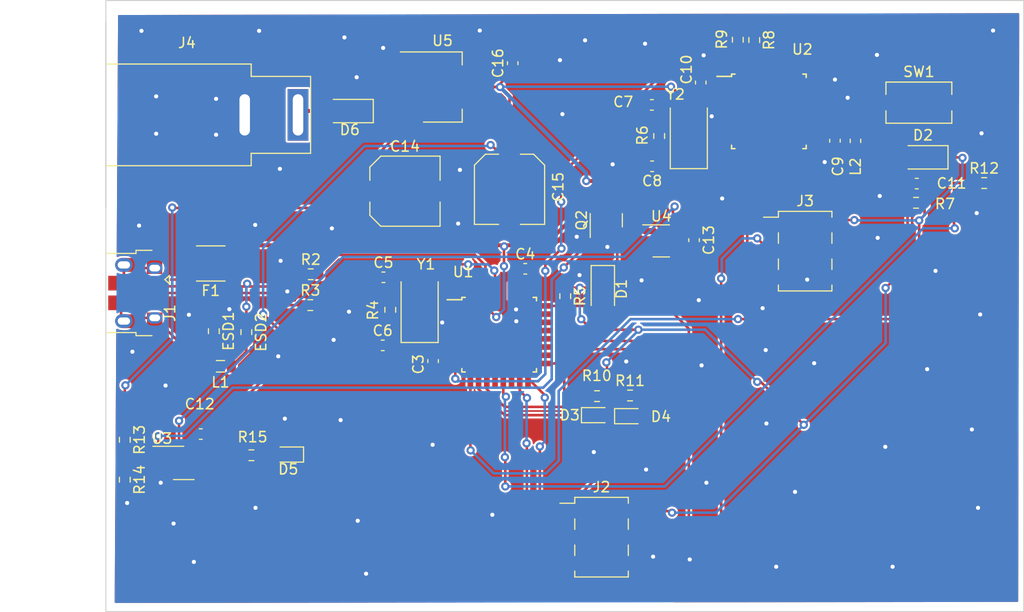
<source format=kicad_pcb>
(kicad_pcb (version 20221018) (generator pcbnew)
  (layers (0 "F.Cu" signal) (31 "B.Cu" signal) (34 "B.Paste" user) (35 "F.Paste" user) (36 "B.SilkS" user "B.Silkscreen") (37 "F.SilkS" user "F.Silkscreen") (38 "B.Mask" user) (39 "F.Mask" user) (44 "Edge.Cuts" user))
  (net 0 "")
  (net 1 "5VDC")
  (net 2 "GND")
  (net 3 "Net-(U1-UCAP)")
  (net 4 "Net-(U1-XTAL1)")
  (net 5 "Net-(U1-PC0{slash}XTAL2)")
  (net 6 "SCK")
  (net 7 "Net-(U2-XTAL2{slash}PB7)")
  (net 8 "Net-(U2-AVCC)")
  (net 9 "/RESET")
  (net 10 "Net-(U1-~{HWB}{slash}PD7)")
  (net 11 "3.3VDC")
  (net 12 "VIN")
  (net 13 "/RESET2")
  (net 14 "/RXLED")
  (net 15 "Net-(D3-A)")
  (net 16 "/TXLED")
  (net 17 "Net-(D4-A)")
  (net 18 "Net-(D5-A)")
  (net 19 "PWRIN")
  (net 20 "Net-(J1-D+)")
  (net 21 "Net-(J1-Shield)")
  (net 22 "Net-(J1-D-)")
  (net 23 "USBVCC")
  (net 24 "Net-(J1-VBUS)")
  (net 26 "/MISO2")
  (net 27 "/SCK2")
  (net 28 "/MOSI2")
  (net 29 "/MISO")
  (net 30 "/MOSI")
  (net 31 "Net-(Q2-G)")
  (net 32 "Net-(U1-D-)")
  (net 33 "Net-(U1-D+)")
  (net 34 "Net-(U1-PD3)")
  (net 35 "/RXD")
  (net 36 "Net-(U1-PD2)")
  (net 37 "/TXD")
  (net 38 "Net-(U3A-+)")
  (net 39 "Net-(U3B--)")
  (net 74 "Net-(U2-XTAL1{slash}PB6)")
  (footprint "Resistor_SMD:R_0603_1608Metric" (layer "F.Cu") (at 199.1 76.01 180)
    (fp_text reference "R7")
    (fp_text value "10k" hide)
  )
  (footprint "Package_TO_SOT_SMD:SOT-223-3_TabPin2" (layer "F.Cu") (at 153.09 64.75)
    (fp_text reference "U5")
    (fp_text value "NCP1117-5.0_SOT223")
  )
  (footprint "Crystal:Crystal_SMD_Abracon_ABM3-2Pin_5.0x3.2mm" (layer "F.Cu") (at 150.865 86.395 90)
    (fp_text reference "Y1")
    (fp_text value "16MHz" hide)
  )
  (footprint "LED_SMD:LED_0603_1608Metric" (layer "F.Cu") (at 168.075 96.66)
    (fp_text reference "D3")
    (fp_text value "LED" hide)
  )
  (footprint "Capacitor_SMD:C_0603_1608Metric" (layer "F.Cu") (at 177.53 79.64 -90)
    (fp_text reference "C13")
    (fp_text value "~")
  )
  (footprint "Package_TO_SOT_SMD:SOT-23-5" (layer "F.Cu") (at 174.3425 79.715)
    (fp_text reference "U4")
    (fp_text value "LP2985-3.3")
  )
  (footprint "Connector_PinHeader_2.54mm:PinHeader_2x03_P2.54mm_Vertical_SMD" (layer "F.Cu") (at 188.325 80.71)
    (fp_text reference "J3")
    (fp_text value "AVR-ISP-6" hide)
  )
  (footprint "Capacitor_SMD:C_Elec_6.3x5.8" (layer "F.Cu") (at 159.6 74.6975 -90)
    (fp_text reference "C15")
    (fp_text value "47uF")
  )
  (footprint "Capacitor_SMD:C_0603_1608Metric" (layer "F.Cu") (at 161.13 82.43)
    (fp_text reference "C4")
    (fp_text value "1uF" hide)
  )
  (footprint "Resistor_SMD:R_0603_1608Metric" (layer "F.Cu") (at 130.87 88.495 -90)
    (fp_text reference "ESD1")
    (fp_text value "CG0603MLC-05E" hide)
  )
  (footprint "Resistor_SMD:R_0603_1608Metric" (layer "F.Cu") (at 174.14 69.515 -90)
    (fp_text reference "R6")
    (fp_text value "1M" hide)
  )
  (footprint "LED_SMD:LED_0603_1608Metric" (layer "F.Cu") (at 138.1025 100.49 180)
    (fp_text reference "D5")
    (fp_text value "LED" hide)
  )
  (footprint "Capacitor_SMD:C_0603_1608Metric" (layer "F.Cu") (at 178.18 64.315 90)
    (fp_text reference "C10")
    (fp_text value "100nF" hide)
  )
  (footprint "Capacitor_SMD:C_0603_1608Metric" (layer "F.Cu") (at 173.425 66.49 180)
    (fp_text reference "C7")
    (fp_text value "~" hide)
  )
  (footprint "Resistor_SMD:R_0603_1608Metric" (layer "F.Cu") (at 134.03 88.585 -90)
    (fp_text reference "ESD2")
    (fp_text value "CG0603MLC-05E" hide)
  )
  (footprint "Capacitor_SMD:C_0603_1608Metric" (layer "F.Cu") (at 152.175 91.4 -90)
    (fp_text reference "C3")
    (fp_text value "100nF" hide)
  )
  (footprint "Package_QFP:TQFP-32_7x7mm_P0.8mm" (layer "F.Cu") (at 184.8 67.12)
    (fp_text reference "U2")
    (fp_text value "ATmega328PB-A" hide)
  )
  (footprint "Resistor_SMD:R_0603_1608Metric" (layer "F.Cu") (at 148.015 86.415 -90)
    (fp_text reference "R4")
    (fp_text value "1M" hide)
  )
  (footprint "Resistor_SMD:R_0603_1608Metric" (layer "F.Cu") (at 134.525 100.56)
    (fp_text reference "R15")
    (fp_text value "1k" hide)
  )
  (footprint "Capacitor_SMD:C_0603_1608Metric" (layer "F.Cu") (at 191.22 69.975 90)
    (fp_text reference "C9")
    (fp_text value "100nF" hide)
  )
  (footprint "Crystal:Crystal_SMD_Abracon_ABM3-2Pin_5.0x3.2mm" (layer "F.Cu") (at 177.02 69.49 90)
    (fp_text reference "Y2")
    (fp_text value "16MHz" hide)
  )
  (footprint "Capacitor_SMD:C_0603_1608Metric" (layer "F.Cu") (at 159.91 62.435 90)
    (fp_text reference "C16")
    (fp_text value "100nF")
  )
  (footprint "Package_QFP:TQFP-32_7x7mm_P0.8mm" (layer "F.Cu") (at 158.595 88.835)
    (fp_text reference "U1")
    (fp_text value "ATmega16U2-A")
  )
  (footprint "Capacitor_SMD:C_Elec_6.3x5.8" (layer "F.Cu") (at 149.4425 74.88)
    (fp_text reference "C14")
    (fp_text value "47uF")
  )
  (footprint "Resistor_SMD:R_0603_1608Metric" (layer "F.Cu") (at 181.78 60.155 -90)
    (fp_text reference "R9")
    (fp_text value "1k" hide)
  )
  (footprint "Resistor_SMD:R_0603_1608Metric" (layer "F.Cu") (at 122.22 99.055 -90)
    (fp_text reference "R13")
    (fp_text value "10k" hide)
  )
  (footprint "Resistor_SMD:R_0603_1608Metric" (layer "F.Cu") (at 183.38 60.185 -90)
    (fp_text reference "R8")
    (fp_text value "1k" hide)
  )
  (footprint "Capacitor_SMD:C_0603_1608Metric" (layer "F.Cu") (at 199.17 74.14)
    (fp_text reference "C11")
    (fp_text value "100nF" hide)
  )
  (footprint "Diode_SMD:D_1206_3216Metric" (layer "F.Cu") (at 199.92 71.59 180)
    (fp_text reference "D2")
    (fp_text value "CD1206-S01575" hide)
  )
  (footprint "Capacitor_SMD:C_0603_1608Metric" (layer "F.Cu") (at 147.28 89.875)
    (fp_text reference "C6")
    (fp_text value "~")
  )
  (footprint "Inductor_SMD:L_0603_1608Metric" (layer "F.Cu") (at 193.21 69.9875 -90)
    (fp_text reference "L2")
    (fp_text value "10uH" hide)
  )
  (footprint "Package_TO_SOT_SMD:SOT-23" (layer "F.Cu") (at 169 77.7075 90)
    (fp_text reference "Q2")
    (fp_text value "FDN340P")
  )
  (footprint "Resistor_SMD:R_0603_1608Metric" (layer "F.Cu") (at 165.015 85.09 -90)
    (fp_text reference "R5")
    (fp_text value "10k" hide)
  )
  (footprint "Resistor_SMD:R_0603_1608Metric" (layer "F.Cu") (at 171.31 94.7475)
    (fp_text reference "R11")
    (fp_text value "1k" hide)
  )
  (footprint "Capacitor_SMD:C_0603_1608Metric" (layer "F.Cu") (at 129.605 98.5 180)
    (fp_text reference "C12")
    (fp_text value "100nF" hide)
  )
  (footprint "Capacitor_SMD:C_0603_1608Metric" (layer "F.Cu") (at 173.455 72.46 180)
    (fp_text reference "C8")
    (fp_text value "~" hide)
  )
  (footprint "Inductor_SMD:L_0805_2012Metric" (layer "F.Cu") (at 131.5175 91.91 180)
    (fp_text reference "L1")
    (fp_text value "BLM21AG121BH1D" hide)
  )
  (footprint "Connector_USB:USB_Micro-B_Amphenol_10103594-0001LF_Horizontal" (layer "F.Cu") (at 123.245 84.805 -90)
    (fp_text reference "J1")
    (fp_text value "USB_B_Micro")
  )
  (footprint "Capacitor_SMD:C_0603_1608Metric" (layer "F.Cu") (at 147.35 83.255)
    (fp_text reference "C5")
    (fp_text value "~")
  )
  (footprint "Diode_SMD:D_1206_3216Metric" (layer "F.Cu") (at 168.665 84.395 -90)
    (fp_text reference "D1")
    (fp_text value "CD1206-S01575" hide)
  )
  (footprint "Connector_BarrelJack:BarrelJack_SwitchcraftConxall_RAPC10U_Horizontal" (layer "F.Cu") (at 139.05 67.46)
    (fp_text reference "J4")
    (fp_text value "Barrel_Jack")
    (fp_line (start -18.67 -9) (end -18.67 9) (stroke (width 0.12)) (layer "Edge.Cuts"))
  )
  (footprint "Resistor_SMD:R_0603_1608Metric" (layer "F.Cu") (at 122.22 102.935 -90)
    (fp_text reference "R14")
    (fp_text value "10k" hide)
  )
  (footprint "Connector_PinHeader_2.54mm:PinHeader_2x03_P2.54mm_Vertical_SMD" (layer "F.Cu") (at 168.54 108.525)
    (fp_text reference "J2")
    (fp_text value "AVR-ISP-6")
  )
  (footprint "Resistor_SMD:R_1812_4532Metric" (layer "F.Cu") (at 130.5725 81.91 180)
    (fp_text reference "F1")
    (fp_text value "MF-MSMF050-2")
  )
  (footprint "Resistor_SMD:R_0603_1608Metric" (layer "F.Cu") (at 205.715 74.09)
    (fp_text reference "R12")
    (fp_text value "1k" hide)
  )
  (footprint "LED_SMD:LED_0603_1608Metric" (layer "F.Cu") (at 171.2925 96.7575)
    (fp_text reference "D4")
    (fp_text value "LED" hide)
  )
  (footprint "Resistor_SMD:R_0603_1608Metric" (layer "F.Cu") (at 168.1 94.81)
    (fp_text reference "R10")
    (fp_text value "1k" hide)
  )
  (footprint "Resistor_SMD:R_0603_1608Metric" (layer "F.Cu") (at 140.245 85.96)
    (fp_text reference "R3")
    (fp_text value "22" hide)
  )
  (footprint "Resistor_SMD:R_0603_1608Metric" (layer "F.Cu") (at 140.285 82.96)
    (fp_text reference "R2")
    (fp_text value "22" hide)
  )
  (footprint "Diode_SMD:D_1206_3216Metric" (layer "F.Cu") (at 144.08 67.09 180)
    (fp_text reference "D6")
    (fp_text value "~")
  )
  (footprint "Button_Switch_SMD:SW_Tactile_SPST_NO_Straight_CK_PTS636Sx25SMTRLFS" (layer "F.Cu") (at 199.375 66.27)
    (fp_text reference "SW1")
    (fp_text value "SW_Push" hide)
  )
  (footprint "Package_SO:VSSOP-8_3.0x3.0mm_P0.65mm" (layer "F.Cu") (at 127.95 101.305)
    (fp_text reference "U3")
    (fp_text value "LMV358" hide)
  )
  (gr_rect (start 120.38 56.34) (end 209.56 115.76) (stroke (width 0.1)) (fill none) (layer "Edge.Cuts"))
  (segment (start 193.1 77.69) (end 191.33 77.69) (width 0.25) (layer "F.Cu") (net 1))
  (segment (start 168.005 93.205) (end 167.165 94.045) (width 0.25) (layer "F.Cu") (net 1))
  (segment (start 157.83 70.39) (end 159.6 72.16) (width 0.25) (layer "F.Cu") (net 1))
  (segment (start 154.345 88.435) (end 153.295 88.435) (width 0.25) (layer "F.Cu") (net 1))
  (segment (start 155.795 88.035) (end 155.395 88.435) (width 0.25) (layer "F.Cu") (net 1))
  (segment (start 173.205 80.665) (end 173.965 80.665) (width 0.25) (layer "F.Cu") (net 1))
  (segment (start 175.66 65.09) (end 175.29 64.72) (width 0.25) (layer "F.Cu") (net 1))
  (segment (start 190.85 73.135) (end 190.85 78.17) (width 0.25) (layer "F.Cu") (net 1))
  (segment (start 166.43 84.265) (end 167.395 84.265) (width 0.25) (layer "F.Cu") (net 1))
  (segment (start 167.395 84.265) (end 168.665 82.995) (width 0.25) (layer "F.Cu") (net 1))
  (segment (start 167.165 94.045) (end 167.165 94.7) (width 0.25) (layer "F.Cu") (net 1))
  (segment (start 158.68 64.75) (end 156.24 64.75) (width 0.25) (layer "F.Cu") (net 1))
  (segment (start 167.165 94.7) (end 167.275 94.81) (width 0.25) (layer "F.Cu") (net 1))
  (segment (start 130.38 98.5) (end 136.29 92.59) (width 0.25) (layer "F.Cu") (net 1))
  (segment (start 170.485 93.5875) (end 170.485 94.7475) (width 0.25) (layer "F.Cu") (net 1))
  (segment (start 149.955 90.625) (end 147.99 92.59) (width 0.25) (layer "F.Cu") (net 1))
  (segment (start 157.76 70.39) (end 157.83 70.39) (width 0.25) (layer "F.Cu") (net 1))
  (segment (start 170.07 78.765) (end 169.95 78.645) (width 0.25) (layer "F.Cu") (net 1))
  (segment (start 191.33 77.69) (end 190.85 78.17) (width 0.25) (layer "F.Cu") (net 1))
  (segment (start 174.3 80.33) (end 174.3 79.14) (width 0.25) (layer "F.Cu") (net 1))
  (segment (start 170.1025 93.205) (end 169.07 93.205) (width 0.25) (layer "F.Cu") (net 1))
  (segment (start 172.12 88.35) (end 167.59 88.35) (width 0.25) (layer "F.Cu") (net 1))
  (segment (start 169.07 91.59) (end 169.01 91.53) (width 0.25) (layer "F.Cu") (net 1))
  (segment (start 169.07 93.205) (end 168.005 93.205) (width 0.25) (layer "F.Cu") (net 1))
  (segment (start 170.07 81.59) (end 168.665 82.995) (width 0.25) (layer "F.Cu") (net 1))
  (segment (start 155.395 88.435) (end 154.345 88.435) (width 0.25) (layer "F.Cu") (net 1))
  (segment (start 199.4 81.03) (end 199.4 77.72) (width 0.25) (layer "F.Cu") (net 1))
  (segment (start 179.5 66.72) (end 178.18 65.4) (width 0.25) (layer "F.Cu") (net 1))
  (segment (start 165.015 84.265) (end 166.43 84.265) (width 0.25) (layer "F.Cu") (net 1))
  (segment (start 199.925 76.01) (end 199.925 77.195) (width 0.25) (layer "F.Cu") (net 1))
  (segment (start 174.3 79.14) (end 173.925 78.765) (width 0.25) (layer "F.Cu") (net 1))
  (segment (start 136.29 92.59) (end 141.42 92.59) (width 0.25) (layer "F.Cu") (net 1))
  (segment (start 171.37 78.765) (end 171.37 75.843064) (width 0.381) (layer "F.Cu") (net 1))
  (segment (start 130.15 100.33) (end 130.15 98.73) (width 0.25) (layer "F.Cu") (net 1))
  (segment (start 155.795 84.585) (end 155.795 88.035) (width 0.25) (layer "F.Cu") (net 1))
  (segment (start 196.14 84.29) (end 199.4 81.03) (width 0.25) (layer "F.Cu") (net 1))
  (segment (start 152.39 90.41) (end 152.175 90.625) (width 0.25) (layer "F.Cu") (net 1))
  (segment (start 171.37 75.843064) (end 169.416936 73.89) (width 0.381) (layer "F.Cu") (net 1))
  (segment (start 171.37 78.765) (end 170.07 78.765) (width 0.381) (layer "F.Cu") (net 1))
  (segment (start 173.965 80.665) (end 174.3 80.33) (width 0.25) (layer "F.Cu") (net 1))
  (segment (start 159.91 63.21) (end 158.37 64.75) (width 0.25) (layer "F.Cu") (net 1))
  (segment (start 152.39 89.34) (end 152.39 90.41) (width 0.25) (layer "F.Cu") (net 1))
  (segment (start 193.21 70.775) (end 190.85 73.135) (width 0.25) (layer "F.Cu") (net 1))
  (segment (start 183.67 93.42) (end 184.01 93.42) (width 0.25) (layer "F.Cu") (net 1))
  (segment (start 178.18 65.4) (end 178.18 65.09) (width 0.25) (layer "F.Cu") (net 1))
  (segment (start 147.99 92.59) (end 141.42 92.59) (width 0.25) (layer "F.Cu") (net 1))
  (segment (start 130.15 98.73) (end 130.38 98.5) (width 0.25) (layer "F.Cu") (net 1))
  (segment (start 170.485 93.5875) (end 170.1025 93.205) (width 0.25) (layer "F.Cu") (net 1))
  (segment (start 169.07 93.205) (end 169.07 91.59) (width 0.25) (layer "F.Cu") (net 1))
  (segment (start 184.01 93.42) (end 188.19 97.6) (width 0.25) (layer "F.Cu") (net 1))
  (segment (start 169.416936 73.89) (end 167.06 73.89) (width 0.381) (layer "F.Cu") (net 1))
  (segment (start 152.175 90.625) (end 149.955 90.625) (width 0.25) (layer "F.Cu") (net 1))
  (segment (start 173.205 78.765) (end 171.37 78.765) (width 0.381) (layer "F.Cu") (net 1))
  (segment (start 171.065 105.985) (end 175.235 105.985) (width 0.25) (layer "F.Cu") (net 1))
  (segment (start 158.37 64.75) (end 156.24 64.75) (width 0.25) (layer "F.Cu") (net 1))
  (segment (start 201.32 71.59) (end 203.56 71.59) (width 0.25) (layer "F.Cu") (net 1))
  (segment (start 175.235 105.985) (end 175.39 106.14) (width 0.25) (layer "F.Cu") (net 1))
  (segment (start 180.55 66.72) (end 179.5 66.72) (width 0.25) (layer "F.Cu") (net 1))
  (segment (start 167.59 88.35) (end 166.57 87.33) (width 0.25) (layer "F.Cu") (net 1))
  (segment (start 178.18 65.09) (end 175.66 65.09) (width 0.25) (layer "F.Cu") (net 1))
  (segment (start 170.07 78.765) (end 170.07 81.59) (width 0.25) (layer "F.Cu") (net 1))
  (segment (start 199.925 77.195) (end 199.4 77.72) (width 0.25) (layer "F.Cu") (net 1))
  (segment (start 203.56 71.59) (end 203.61 71.64) (width 0.25) (layer "F.Cu") (net 1))
  (segment (start 141.42 92.59) (end 135.66 86.83) (width 0.25) (layer "F.Cu") (net 1))
  (segment (start 159.6 65.67) (end 158.68 64.75) (width 0.25) (layer "F.Cu") (net 1))
  (segment (start 173.925 78.765) (end 173.205 78.765) (width 0.25) (layer "F.Cu") (net 1))
  (segment (start 159.6 72.16) (end 159.6 65.67) (width 0.25) (layer "F.Cu") (net 1))
  (segment (start 153.295 88.435) (end 152.39 89.34) (width 0.25) (layer "F.Cu") (net 1))
  (segment (start 149.94 64.75) (end 156.24 64.75) (width 0.25) (layer "F.Cu") (net 1))
  (via (at 196.14 84.29) (size 0.8) (drill 0.4) (layers "F.Cu" "B.Cu") (net 1))
  (via (at 172.12 88.35) (size 0.8) (drill 0.4) (layers "F.Cu" "B.Cu") (net 1))
  (via (at 183.67 93.42) (size 0.8) (drill 0.4) (layers "F.Cu" "B.Cu") (net 1))
  (via (at 157.76 70.39) (size 0.8) (drill 0.4) (layers "F.Cu" "B.Cu") (net 1))
  (via (at 193.1 77.69) (size 0.8) (drill 0.4) (layers "F.Cu" "B.Cu") (net 1))
  (via (at 166.43 84.265) (size 0.8) (drill 0.4) (layers "F.Cu" "B.Cu") (net 1))
  (via (at 199.4 77.72) (size 0.8) (drill 0.4) (layers "F.Cu" "B.Cu") (net 1))
  (via (at 203.61 71.64) (size 0.8) (drill 0.4) (layers "F.Cu" "B.Cu") (net 1))
  (via (at 169.01 91.53) (size 0.8) (drill 0.4) (layers "F.Cu" "B.Cu") (net 1))
  (via (at 167.06 73.89) (size 0.8) (drill 0.4) (layers "F.Cu" "B.Cu") (net 1))
  (via (at 175.39 106.14) (size 0.8) (drill 0.4) (layers "F.Cu" "B.Cu") (net 1))
  (via (at 135.66 86.83) (size 0.8) (drill 0.4) (layers "F.Cu" "B.Cu") (net 1))
  (via (at 175.29 64.72) (size 0.8) (drill 0.4) (layers "F.Cu" "B.Cu") (net 1))
  (via (at 188.19 97.6) (size 0.8) (drill 0.4) (layers "F.Cu" "B.Cu") (net 1))
  (via (at 158.68 64.75) (size 0.8) (drill 0.4) (layers "F.Cu" "B.Cu") (net 1))
  (via (at 166.57 87.33) (size 0.8) (drill 0.4) (layers "F.Cu" "B.Cu") (net 1))
  (segment (start 158.71 64.72) (end 158.68 64.75) (width 0.25) (layer "B.Cu") (net 1))
  (segment (start 196.14 89.65) (end 196.14 84.29) (width 0.25) (layer "B.Cu") (net 1))
  (segment (start 135.66 86.83) (end 135.66 80.36) (width 0.25) (layer "B.Cu") (net 1))
  (segment (start 172.12 88.42) (end 172.12 88.35) (width 0.25) (layer "B.Cu") (net 1))
  (segment (start 166.57 87.33) (end 166.43 87.19) (width 0.25) (layer "B.Cu") (net 1))
  (segment (start 203.61 73.51) (end 199.4 77.72) (width 0.25) (layer "B.Cu") (net 1))
  (segment (start 172.12 88.35) (end 178.6 88.35) (width 0.25) (layer "B.Cu") (net 1))
  (segment (start 166.43 87.19) (end 166.43 84.265) (width 0.25) (layer "B.Cu") (net 1))
  (segment (start 199.4 77.72) (end 193.13 77.72) (width 0.25) (layer "B.Cu") (net 1))
  (segment (start 169.01 91.53) (end 172.12 88.42) (width 0.25) (layer "B.Cu") (net 1))
  (segment (start 175.29 64.72) (end 158.71 64.72) (width 0.25) (layer "B.Cu") (net 1))
  (segment (start 193.1 77.69) (end 193.07 77.72) (width 0.25) (layer "B.Cu") (net 1))
  (segment (start 193.13 77.72) (end 193.1 77.69) (width 0.25) (layer "B.Cu") (net 1))
  (segment (start 179.65 106.14) (end 188.19 97.6) (width 0.25) (layer "B.Cu") (net 1))
  (segment (start 157.66 70.49) (end 157.76 70.39) (width 0.25) (layer "B.Cu") (net 1))
  (segment (start 167.06 73.13) (end 158.68 64.75) (width 0.381) (layer "B.Cu") (net 1))
  (segment (start 175.39 106.14) (end 179.65 106.14) (width 0.25) (layer "B.Cu") (net 1))
  (segment (start 178.6 88.35) (end 183.67 93.42) (width 0.25) (layer "B.Cu") (net 1))
  (segment (start 203.61 71.64) (end 203.61 73.51) (width 0.25) (layer "B.Cu") (net 1))
  (segment (start 188.19 97.6) (end 196.14 89.65) (width 0.25) (layer "B.Cu") (net 1))
  (segment (start 167.06 73.89) (end 167.06 73.13) (width 0.381) (layer "B.Cu") (net 1))
  (segment (start 135.66 80.36) (end 145.53 70.49) (width 0.25) (layer "B.Cu") (net 1))
  (segment (start 145.53 70.49) (end 157.66 70.49) (width 0.25) (layer "B.Cu") (net 1))
  (via (at 179.24 67.6) (size 0.8) (drill 0.4) (layers "F.Cu" "B.Cu") (net 2))
  (via (at 156.71 59.26) (size 0.8) (drill 0.4) (layers "F.Cu" "B.Cu") (net 2))
  (via (at 137.29 72.71) (size 0.8) (drill 0.4) (layers "F.Cu" "B.Cu") (net 2))
  (via (at 195.57 75.35) (size 0.8) (drill 0.4) (layers "F.Cu" "B.Cu") (net 2))
  (via (at 157.93 106.35) (size 0.8) (drill 0.4) (layers "F.Cu" "B.Cu") (net 2))
  (via (at 166.94 60.21) (size 0.8) (drill 0.4) (layers "F.Cu" "B.Cu") (net 2))
  (via (at 160.26 87.53) (size 0.8) (drill 0.4) (layers "F.Cu" "B.Cu") (net 2))
  (via (at 132.38 86.36) (size 0.8) (drill 0.4) (layers "F.Cu" "B.Cu") (net 2))
  (via (at 137.13 90.94) (size 0.8) (drill 0.4) (layers "F.Cu" "B.Cu") (net 2))
  (via (at 126.96 107.2) (size 0.8) (drill 0.4) (layers "F.Cu" "B.Cu") (net 2))
  (via (at 160.24 86.38) (size 0.8) (drill 0.4) (layers "F.Cu" "B.Cu") (net 2))
  (via (at 204.52 98.05) (size 0.8) (drill 0.4) (layers "F.Cu" "B.Cu") (net 2))
  (via (at 170.94 91.44) (size 0.8) (drill 0.4) (layers "F.Cu" "B.Cu") (net 2))
  (via (at 142.34 78.5) (size 0.8) (drill 0.4) (layers "F.Cu" "B.Cu") (net 2))
  (via (at 137.77 97) (size 0.8) (drill 0.4) (layers "F.Cu" "B.Cu") (net 2))
  (via (at 172.43 83.55) (size 0.8) (drill 0.4) (layers "F.Cu" "B.Cu") (net 2))
  (via (at 143.56 59.93) (size 0.8) (drill 0.4) (layers "F.Cu" "B.Cu") (net 2))
  (via (at 164.5 62.14) (size 0.8) (drill 0.4) (layers "F.Cu" "B.Cu") (net 2))
  (via (at 196.82 111.4) (size 0.8) (drill 0.4) (layers "F.Cu" "B.Cu") (net 2))
  (via (at 187.34 104.12) (size 0.8) (drill 0.4) (layers "F.Cu" "B.Cu") (net 2))
  (via (at 152.13 99.54) (size 0.8) (drill 0.4) (layers "F.Cu" "B.Cu") (net 2))
  (via (at 205.46 69.25) (size 0.8) (drill 0.4) (layers "F.Cu" "B.Cu") (net 2))
  (via (at 123.61 78.23) (size 0.8) (drill 0.4) (layers "F.Cu" "B.Cu") (net 2))
  (via (at 153.06 87.65) (size 0.8) (drill 0.4) (layers "F.Cu" "B.Cu") (net 2))
  (via (at 131.09 65.9) (size 0.8) (drill 0.4) (layers "F.Cu" "B.Cu") (net 2))
  (via (at 178.26 91.82) (size 0.8) (drill 0.4) (layers "F.Cu" "B.Cu") (net 2))
  (via (at 173.55 110.42) (size 0.8) (drill 0.4) (layers "F.Cu" "B.Cu") (net 2))
  (via (at 128.93 110.93) (size 0.8) (drill 0.4) (layers "F.Cu" "B.Cu") (net 2))
  (via (at 144.85 106.93) (size 0.8) (drill 0.4) (layers "F.Cu" "B.Cu") (net 2))
  (via (at 147.32 60.95) (size 0.8) (drill 0.4) (layers "F.Cu" "B.Cu") (net 2))
  (via (at 134.92 105.67) (size 0.8) (drill 0.4) (layers "F.Cu" "B.Cu") (net 2))
  (via (at 169.11 80.3) (size 0.8) (drill 0.4) (layers "F.Cu" "B.Cu") (net 2))
  (via (at 200.18 92.19) (size 0.8) (drill 0.4) (layers "F.Cu" "B.Cu") (net 2))
  (via (at 166.4 83.04) (size 0.8) (drill 0.4) (layers "F.Cu" "B.Cu") (net 2))
  (via (at 188.52 83.48) (size 0.8) (drill 0.4) (layers "F.Cu" "B.Cu") (net 2))
  (via (at 166.13 79.31) (size 0.8) (drill 0.4) (layers "F.Cu" "B.Cu") (net 2))
  (via (at 125.27 69.29) (size 0.8) (drill 0.4) (layers "F.Cu" "B.Cu") (net 2))
  (via (at 144.003391 86.598564) (size 0.8) (drill 0.4) (layers "F.Cu" "B.Cu") (net 2))
  (via (at 135.27 59.29) (size 0.8) (drill 0.4) (layers "F.Cu" "B.Cu") (net 2))
  (via (at 125.71 103.23) (size 0.8) (drill 0.4) (layers "F.Cu" "B.Cu") (net 2))
  (via (at 204.99 77.01) (size 0.8) (drill 0.4) (layers "F.Cu" "B.Cu") (net 2))
  (via (at 196.11 99.74) (size 0.8) (drill 0.4) (layers "F.Cu" "B.Cu") (net 2))
  (via (at 205.12 105.67) (size 0.8) (drill 0.4) (layers "F.Cu" "B.Cu") (net 2))
  (via (at 125.27 65.66) (size 0.8) (drill 0.4) (layers "F.Cu" "B.Cu") (net 2))
  (via (at 142.51 89.34) (size 0.8) (drill 0.4) (layers "F.Cu" "B.Cu") (net 2))
  (via (at 131.09 69.39) (size 0.8) (drill 0.4) (layers "F.Cu" "B.Cu") (net 2))
  (via (at 154.78 72.81) (size 0.8) (drill 0.4) (layers "F.Cu" "B.Cu") (net 2))
  (via (at 184.19 86.26) (size 0.8) (drill 0.4) (layers "F.Cu" "B.Cu") (net 2))
  (via (at 144.75 63.8) (size 0.8) (drill 0.4) (layers "F.Cu" "B.Cu") (net 2))
  (via (at 154.61 78.03) (size 0.8) (drill 0.4) (layers "F.Cu" "B.Cu") (net 2))
  (via (at 195.37 79.42) (size 0.8) (drill 0.4) (layers "F.Cu" "B.Cu") (net 2))
  (via (at 167.79 100.25) (size 0.8) (drill 0.4) (layers "F.Cu" "B.Cu") (net 2))
  (via (at 164.74 67.39) (size 0.8) (drill 0.4) (layers "F.Cu" "B.Cu") (net 2))
  (via (at 172.77 60.54) (size 0.8) (drill 0.4) (layers "F.Cu" "B.Cu") (net 2))
  (via (at 178.46 61.67) (size 0.8) (drill 0.4) (layers "F.Cu" "B.Cu") (net 2))
  (via (at 206.58 59.26) (size 0.8) (drill 0.4) (layers "F.Cu" "B.Cu") (net 2))
  (via (at 177.11 110.69) (size 0.8) (drill 0.4) (layers "F.Cu" "B.Cu") (net 2))
  (via (at 169.62 72.27) (size 0.8) (drill 0.4) (layers "F.Cu" "B.Cu") (net 2))
  (via (at 184.56 97.47) (size 0.8) (drill 0.4) (layers "F.Cu" "B.Cu") (net 2))
  (via (at 185.51 111.4) (size 0.8) (drill 0.4) (layers "F.Cu" "B.Cu") (net 2))
  (via (at 205.33 86.87) (size 0.8) (drill 0.4) (layers "F.Cu" "B.Cu") (net 2))
  (via (at 192.453387 65.795558) (size 0.8) (drill 0.4) (layers "F.Cu" "B.Cu") (net 2))
  (via (at 190.22 72.05) (size 0.8) (drill 0.4) (layers "F.Cu" "B.Cu") (net 2))
  (via (at 134.89 78.16) (size 0.8) (drill 0.4) (layers "F.Cu" "B.Cu") (net 2))
  (via (at 126.18 93.78) (size 0.8) (drill 0.4) (layers "F.Cu" "B.Cu") (net 2))
  (via (at 122.45 105.2) (size 0.8) (drill 0.4) (layers "F.Cu" "B.Cu") (net 2))
  (via (at 200.99 82.63) (size 0.8) (drill 0.4) (layers "F.Cu" "B.Cu") (net 2))
  (via (at 123.84 59.29) (size 0.8) (drill 0.4) (layers "F.Cu" "B.Cu") (net 2))
  (via (at 195.3 61.63) (size 0.8) (drill 0.4) (layers "F.Cu" "B.Cu") (net 2))
  (via (at 189.2 91.61) (size 0.8) (drill 0.4) (layers "F.Cu" "B.Cu") (net 2))
  (via (at 184.49 90.33) (size 0.8) (drill 0.4) (layers "F.Cu" "B.Cu") (net 2))
  (via (at 191.22 64.03) (size 0.8) (drill 0.4) (layers "F.Cu" "B.Cu") (net 2))
  (via (at 138.01 84.63) (size 0.8) (drill 0.4) (layers "F.Cu" "B.Cu") (net 2))
  (via (at 128.45 86.9) (size 0.8) (drill 0.4) (layers "F.Cu" "B.Cu") (net 2))
  (via (at 172.87 101.95) (size 0.8) (drill 0.4) (layers "F.Cu" "B.Cu") (net 2))
  (via (at 122.96 90.49) (size 0.8) (drill 0.4) (layers "F.Cu" "B.Cu") (net 2))
  (via (at 178.73 103.23) (size 0.8) (drill 0.4) (layers "F.Cu" "B.Cu") (net 2))
  (via (at 180.26 75.59) (size 0.8) (drill 0.4) (layers "F.Cu" "B.Cu") (net 2))
  (via (at 143.19 97.14) (size 0.8) (drill 0.4) (layers "F.Cu" "B.Cu") (net 2))
  (via (at 145.663565 112.077163) (size 0.8) (drill 0.4) (layers "F.Cu" "B.Cu") (net 2))
  (via (at 177.99 85.48) (size 0.8) (drill 0.4) (layers "F.Cu" "B.Cu") (net 2))
  (via (at 137.36 81.65) (size 0.8) (drill 0.4) (layers "F.Cu" "B.Cu") (net 2))
  (segment (start 159.94 82.5) (end 159.94 84.44) (width 0.25) (layer "F.Cu") (net 3))
  (segment (start 159.94 84.44) (end 159.795 84.585) (width 0.25) (layer "F.Cu") (net 3))
  (segment (start 160.065 82.375) (end 159.94 82.5) (width 0.25) (layer "F.Cu") (net 3))
  (segment (start 149.215 84.345) (end 148.125 83.255) (width 0.25) (layer "F.Cu") (net 4))
  (segment (start 154.345 86.035) (end 152.555 86.035) (width 0.25) (layer "F.Cu") (net 4))
  (segment (start 148.015 85.59) (end 148.015 83.365) (width 0.25) (layer "F.Cu") (net 4))
  (segment (start 152.555 86.035) (end 150.865 84.345) (width 0.25) (layer "F.Cu") (net 4))
  (segment (start 150.865 84.345) (end 149.215 84.345) (width 0.25) (layer "F.Cu") (net 4))
  (segment (start 148.015 83.365) (end 148.125 83.255) (width 0.25) (layer "F.Cu") (net 4))
  (segment (start 151.045 88.445) (end 150.865 88.445) (width 0.25) (layer "F.Cu") (net 5))
  (segment (start 154.345 86.835) (end 152.655 86.835) (width 0.25) (layer "F.Cu") (net 5))
  (segment (start 149.485 88.445) (end 148.055 89.875) (width 0.25) (layer "F.Cu") (net 5))
  (segment (start 152.655 86.835) (end 151.045 88.445) (width 0.25) (layer "F.Cu") (net 5))
  (segment (start 150.865 88.445) (end 149.485 88.445) (width 0.25) (layer "F.Cu") (net 5))
  (segment (start 148.015 89.835) (end 148.055 89.875) (width 0.25) (layer "F.Cu") (net 5))
  (segment (start 148.015 87.24) (end 148.015 89.835) (width 0.25) (layer "F.Cu") (net 5))
  (segment (start 189.05 76.16) (end 188.3 76.91) (width 0.25) (layer "F.Cu") (net 6))
  (segment (start 188.3 79.03) (end 186.62 80.71) (width 0.25) (layer "F.Cu") (net 6))
  (segment (start 180.16 109.64) (end 180.16 83.37) (width 0.25) (layer "F.Cu") (net 6))
  (segment (start 184.91 80.71) (end 183.67 79.47) (width 0.25) (layer "F.Cu") (net 6))
  (segment (start 185.8 80.71) (end 184.91 80.71) (width 0.25) (layer "F.Cu") (net 6))
  (segment (start 130.15 102.28) (end 148.32 102.28) (width 0.25) (layer "F.Cu") (net 6))
  (segment (start 175.19 114.61) (end 180.16 109.64) (width 0.25) (layer "F.Cu") (net 6))
  (segment (start 186.62 80.71) (end 185.8 80.71) (width 0.25) (layer "F.Cu") (net 6))
  (segment (start 188.3 76.91) (end 188.3 79.03) (width 0.25) (layer "F.Cu") (net 6))
  (segment (start 148.32 102.28) (end 160.65 114.61) (width 0.25) (layer "F.Cu") (net 6))
  (segment (start 189.05 69.92) (end 189.05 76.16) (width 0.25) (layer "F.Cu") (net 6))
  (segment (start 160.65 114.61) (end 175.19 114.61) (width 0.25) (layer "F.Cu") (net 6))
  (via (at 183.67 79.47) (size 0.8) (drill 0.4) (layers "F.Cu" "B.Cu") (net 6))
  (via (at 180.16 83.37) (size 0.8) (drill 0.4) (layers "F.Cu" "B.Cu") (net 6))
  (segment (start 182.2 79.47) (end 180.23 81.44) (width 0.25) (layer "B.Cu") (net 6))
  (segment (start 183.67 79.47) (end 182.2 79.47) (width 0.25) (layer "B.Cu") (net 6))
  (segment (start 180.23 81.44) (end 180.23 83.3) (width 0.25) (layer "B.Cu") (net 6))
  (segment (start 180.23 83.3) (end 180.16 83.37) (width 0.25) (layer "B.Cu") (net 6))
  (segment (start 174.14 72.37) (end 174.23 72.46) (width 0.25) (layer "F.Cu") (net 7))
  (segment (start 177.02 71.54) (end 175.15 71.54) (width 0.25) (layer "F.Cu") (net 7))
  (segment (start 175.15 71.54) (end 174.23 72.46) (width 0.25) (layer "F.Cu") (net 7))
  (segment (start 180.55 69.92) (end 178.64 69.92) (width 0.25) (layer "F.Cu") (net 7))
  (segment (start 178.64 69.92) (end 177.02 71.54) (width 0.25) (layer "F.Cu") (net 7))
  (segment (start 174.14 70.34) (end 174.14 72.37) (width 0.25) (layer "F.Cu") (net 7))
  (segment (start 191.22 69.2) (end 189.13 69.2) (width 0.25) (layer "F.Cu") (net 8))
  (segment (start 193.21 69.2) (end 191.22 69.2) (width 0.25) (layer "F.Cu") (net 8))
  (segment (start 189.13 69.2) (end 189.05 69.12) (width 0.25) (layer "F.Cu") (net 8))
  (segment (start 190.36 60.15) (end 185.52 60.15) (width 0.25) (layer "F.Cu") (net 9))
  (segment (start 184.4 61.27) (end 184.4 62.87) (width 0.25) (layer "F.Cu") (net 9))
  (segment (start 198.395 74.14) (end 198.395 75.89) (width 0.25) (layer "F.Cu") (net 9))
  (segment (start 195.5 65.29) (end 190.36 60.15) (width 0.25) (layer "F.Cu") (net 9))
  (segment (start 191.505 85.32) (end 198.275 78.55) (width 0.25) (layer "F.Cu") (net 9))
  (segment (start 195.33 71.075) (end 195.33 70.84) (width 0.25) (layer "F.Cu") (net 9))
  (segment (start 185.8 83.25) (end 187.87 85.32) (width 0.25) (layer "F.Cu") (net 9))
  (segment (start 195.33 68.4) (end 195.3 68.37) (width 0.25) (layer "F.Cu") (net 9))
  (segment (start 195.33 70.84) (end 195.33 68.4) (width 0.25) (layer "F.Cu") (net 9))
  (segment (start 185.52 60.15) (end 184.4 61.27) (width 0.25) (layer "F.Cu") (net 9))
  (segment (start 195.5 66.27) (end 195.5 65.29) (width 0.25) (layer "F.Cu") (net 9))
  (segment (start 198.395 74.14) (end 195.33 71.075) (width 0.25) (layer "F.Cu") (net 9))
  (segment (start 187.87 85.32) (end 191.505 85.32) (width 0.25) (layer "F.Cu") (net 9))
  (segment (start 195.3 66.47) (end 195.5 66.27) (width 0.25) (layer "F.Cu") (net 9))
  (segment (start 195.3 68.37) (end 195.3 66.47) (width 0.25) (layer "F.Cu") (net 9))
  (segment (start 198.275 78.55) (end 198.275 76.01) (width 0.25) (layer "F.Cu") (net 9))
  (segment (start 198.395 75.89) (end 198.275 76.01) (width 0.25) (layer "F.Cu") (net 9))
  (segment (start 198.52 71.59) (end 195.33 68.4) (width 0.25) (layer "F.Cu") (net 9))
  (segment (start 202.79 74.09) (end 199.995 74.09) (width 0.25) (layer "F.Cu") (net 10))
  (segment (start 158.995 94.605) (end 158.995 93.085) (width 0.25) (layer "F.Cu") (net 10))
  (segment (start 204.89 74.09) (end 202.79 74.09) (width 0.25) (layer "F.Cu") (net 10))
  (segment (start 159.19 100.79) (end 159.15 100.75) (width 0.25) (layer "F.Cu") (net 10))
  (segment (start 199.995 74.09) (end 199.945 74.14) (width 0.25) (layer "F.Cu") (net 10))
  (segment (start 202.79 74.09) (end 202.79 78.42) (width 0.25) (layer "F.Cu") (net 10))
  (segment (start 159.19 103.59) (end 159.19 100.79) (width 0.25) (layer "F.Cu") (net 10))
  (segment (start 159.25 94.86) (end 158.995 94.605) (width 0.25) (layer "F.Cu") (net 10))
  (segment (start 202.79 78.42) (end 202.86 78.49) (width 0.25) (layer "F.Cu") (net 10))
  (via (at 159.25 94.86) (size 0.8) (drill 0.4) (layers "F.Cu" "B.Cu") (net 10))
  (via (at 159.19 103.59) (size 0.8) (drill 0.4) (layers "F.Cu" "B.Cu") (net 10))
  (via (at 159.15 100.75) (size 0.8) (drill 0.4) (layers "F.Cu" "B.Cu") (net 10))
  (via (at 202.86 78.49) (size 0.8) (drill 0.4) (layers "F.Cu" "B.Cu") (net 10))
  (segment (start 202.86 78.49) (end 199.79 78.49) (width 0.25) (layer "B.Cu") (net 10))
  (segment (start 159.15 94.96) (end 159.25 94.86) (width 0.25) (layer "B.Cu") (net 10))
  (segment (start 174.69 103.59) (end 159.19 103.59) (width 0.25) (layer "B.Cu") (net 10))
  (segment (start 159.15 100.75) (end 159.15 94.96) (width 0.25) (layer "B.Cu") (net 10))
  (segment (start 181.21 97.07) (end 174.69 103.59) (width 0.25) (layer "B.Cu") (net 10))
  (segment (start 199.79 78.49) (end 181.21 97.07) (width 0.25) (layer "B.Cu") (net 10))
  (segment (start 125.75 100.98) (end 126.725 100.98) (width 0.25) (layer "F.Cu") (net 11))
  (segment (start 127.49 100.215) (end 127.49 97.21) (width 0.25) (layer "F.Cu") (net 11))
  (segment (start 175.48 76.53) (end 175.64 76.37) (width 0.25) (layer "F.Cu") (net 11))
  (segment (start 126.725 100.98) (end 127.49 100.215) (width 0.25) (layer "F.Cu") (net 11))
  (segment (start 175.58 78.865) (end 175.48 78.765) (width 0.25) (layer "F.Cu") (net 11))
  (segment (start 177.53 78.865) (end 175.58 78.865) (width 0.25) (layer "F.Cu") (net 11))
  (segment (start 175.48 78.765) (end 175.48 76.53) (width 0.25) (layer "F.Cu") (net 11))
  (via (at 175.64 76.37) (size 0.8) (drill 0.4) (layers "F.Cu" "B.Cu") (net 11))
  (via (at 127.49 97.21) (size 0.8) (drill 0.4) (layers "F.Cu" "B.Cu") (net 11))
  (segment (start 170.745 81.265) (end 175.64 76.37) (width 0.25) (layer "B.Cu") (net 11))
  (segment (start 143.435 81.265) (end 170.745 81.265) (width 0.25) (layer "B.Cu") (net 11))
  (segment (start 127.49 97.21) (end 143.435 81.265) (width 0.25) (layer "B.Cu") (net 11))
  (segment (start 144.48 67.05) (end 149.94 67.05) (width 0.25) (layer "F.Cu") (net 12))
  (segment (start 146.905 71.185) (end 149.94 68.15) (width 0.25) (layer "F.Cu") (net 12))
  (segment (start 144.41 67.12) (end 144.48 67.05) (width 0.25) (layer "F.Cu") (net 12))
  (segment (start 149.94 68.15) (end 149.94 67.05) (width 0.25) (layer "F.Cu") (net 12))
  (segment (start 126.83 76.47) (end 126.87 76.51) (width 0.25) (layer "F.Cu") (net 12))
  (segment (start 122.22 98.23) (end 122.22 93.95) (width 0.25) (layer "F.Cu") (net 12))
  (segment (start 122.28 94.01) (end 122.28 93.76) (width 0.25) (layer "F.Cu") (net 12))
  (segment (start 122.22 93.95) (end 122.28 94.01) (width 0.25) (layer "F.Cu") (net 12))
  (segment (start 146.905 74.88) (end 146.905 71.185) (width 0.25) (layer "F.Cu") (net 12))
  (segment (start 126.87 76.51) (end 145.275 76.51) (width 0.25) (layer "F.Cu") (net 12))
  (segment (start 145.275 76.51) (end 146.905 74.88) (width 0.25) (layer "F.Cu") (net 12))
  (via (at 122.28 93.76) (size 0.8) (drill 0.4) (layers "F.Cu" "B.Cu") (net 12))
  (via (at 126.83 76.47) (size 0.8) (drill 0.4) (layers "F.Cu" "B.Cu") (net 12))
  (segment (start 126.83 76.47) (end 126.83 89.21) (width 0.25) (layer "B.Cu") (net 12))
  (segment (start 126.83 89.21) (end 122.28 93.76) (width 0.25) (layer "B.Cu") (net 12))
  (segment (start 173.015 113.015) (end 177.025 109.005) (width 0.25) (layer "F.Cu") (net 13))
  (segment (start 168.395 86.065) (end 168.665 85.795) (width 0.25) (layer "F.Cu") (net 13))
  (segment (start 166.015 111.065) (end 167.965 113.015) (width 0.25) (layer "F.Cu") (net 13))
  (segment (start 174.555 85.795) (end 168.665 85.795) (width 0.25) (layer "F.Cu") (net 13))
  (segment (start 177.025 109.005) (end 177.025 88.265) (width 0.25) (layer "F.Cu") (net 13))
  (segment (start 167.965 113.015) (end 173.015 113.015) (width 0.25) (layer "F.Cu") (net 13))
  (segment (start 162.845 86.035) (end 169.415 86.035) (width 0.25) (layer "F.Cu") (net 13))
  (segment (start 177.025 88.265) (end 174.555 85.795) (width 0.25) (layer "F.Cu") (net 13))
  (segment (start 156.595 94.135) (end 156.595 93.085) (width 0.25) (layer "F.Cu") (net 14))
  (segment (start 159.12 96.66) (end 156.595 94.135) (width 0.25) (layer "F.Cu") (net 14))
  (segment (start 167.2875 96.66) (end 159.12 96.66) (width 0.25) (layer "F.Cu") (net 14))
  (segment (start 168.925 96.5975) (end 168.8625 96.66) (width 0.25) (layer "F.Cu") (net 15))
  (segment (start 168.925 94.81) (end 168.925 96.5975) (width 0.25) (layer "F.Cu") (net 15))
  (segment (start 164.915 95.855) (end 159.115 95.855) (width 0.25) (layer "F.Cu") (net 16))
  (segment (start 166.295 90.225) (end 164.915 91.605) (width 0.25) (layer "F.Cu") (net 16))
  (segment (start 170.505 96.7575) (end 170.505 96.955) (width 0.25) (layer "F.Cu") (net 16))
  (segment (start 166.315 90.245) (end 166.295 90.225) (width 0.25) (layer "F.Cu") (net 16))
  (segment (start 159.115 95.855) (end 157.395 94.135) (width 0.25) (layer "F.Cu") (net 16))
  (segment (start 173.715 97.975) (end 174.695 96.995) (width 0.25) (layer "F.Cu") (net 16))
  (segment (start 171.525 97.975) (end 173.715 97.975) (width 0.25) (layer "F.Cu") (net 16))
  (segment (start 170.505 96.955) (end 171.525 97.975) (width 0.25) (layer "F.Cu") (net 16))
  (segment (start 173.085 90.245) (end 166.315 90.245) (width 0.25) (layer "F.Cu") (net 16))
  (segment (start 164.915 91.605) (end 164.915 95.855) (width 0.25) (layer "F.Cu") (net 16))
  (segment (start 157.395 94.135) (end 157.395 93.085) (width 0.25) (layer "F.Cu") (net 16))
  (segment (start 174.695 96.995) (end 174.695 91.855) (width 0.25) (layer "F.Cu") (net 16))
  (segment (start 174.695 91.855) (end 173.085 90.245) (width 0.25) (layer "F.Cu") (net 16))
  (segment (start 172.135 94.7475) (end 172.135 96.7025) (width 0.25) (layer "F.Cu") (net 17))
  (segment (start 172.135 96.7025) (end 172.08 96.7575) (width 0.25) (layer "F.Cu") (net 17))
  (segment (start 137.315 100.49) (end 135.42 100.49) (width 0.25) (layer "F.Cu") (net 18))
  (segment (start 135.44 100.65) (end 135.35 100.56) (width 0.25) (layer "F.Cu") (net 18))
  (segment (start 135.42 100.49) (end 135.35 100.56) (width 0.25) (layer "F.Cu") (net 18))
  (segment (start 142.67 67.08) (end 139.58 67.08) (width 0.381) (layer "F.Cu") (net 19))
  (segment (start 139.37 67.12) (end 138.97 67.52) (width 0.381) (layer "F.Cu") (net 19))
  (segment (start 142.68 67.09) (end 142.67 67.08) (width 0.25) (layer "F.Cu") (net 19))
  (segment (start 139.58 67.08) (end 139.2 67.46) (width 0.25) (layer "F.Cu") (net 19))
  (segment (start 139.42 85.96) (end 137.61 85.96) (width 0.25) (layer "F.Cu") (net 20))
  (segment (start 130.87 84.92) (end 131.01 84.78) (width 0.25) (layer "F.Cu") (net 20))
  (segment (start 131.01 84.78) (end 125.01 84.78) (width 0.25) (layer "F.Cu") (net 20))
  (segment (start 136.43 84.78) (end 131.01 84.78) (width 0.25) (layer "F.Cu") (net 20))
  (segment (start 137.61 85.96) (end 136.43 84.78) (width 0.25) (layer "F.Cu") (net 20))
  (segment (start 130.87 87.67) (end 130.87 84.92) (width 0.25) (layer "F.Cu") (net 20))
  (segment (start 132.58 91.03) (end 132.58 91.91) (width 0.25) (layer "F.Cu") (net 21))
  (segment (start 122.13 83.55) (end 121.86 83.82) (width 0.25) (layer "F.Cu") (net 21))
  (segment (start 128.38 90.45) (end 131.12 90.45) (width 0.25) (layer "F.Cu") (net 21))
  (segment (start 121.86 83.82) (end 121.86 85.74) (width 0.25) (layer "F.Cu") (net 21))
  (segment (start 130.87 89.32) (end 132.58 91.03) (width 0.25) (layer "F.Cu") (net 21))
  (segment (start 122.44 87.2) (end 122.13 87.51) (width 0.25) (layer "F.Cu") (net 21))
  (segment (start 134.03 89.41) (end 134.03 90.46) (width 0.25) (layer "F.Cu") (net 21))
  (segment (start 125.13 87.2) (end 128.38 90.45) (width 0.25) (layer "F.Cu") (net 21))
  (segment (start 131.12 90.45) (end 132.58 91.91) (width 0.25) (layer "F.Cu") (net 21))
  (segment (start 121.86 85.74) (end 121.86 87.24) (width 0.25) (layer "F.Cu") (net 21))
  (segment (start 122.13 82.05) (end 122.13 83.55) (width 0.25) (layer "F.Cu") (net 21))
  (segment (start 125.13 82.36) (end 122.44 82.36) (width 0.25) (layer "F.Cu") (net 21))
  (segment (start 134.03 90.46) (end 132.58 91.91) (width 0.25) (layer "F.Cu") (net 21))
  (segment (start 122.44 82.36) (end 122.13 82.05) (width 0.25) (layer "F.Cu") (net 21))
  (segment (start 121.86 87.24) (end 122.13 87.51) (width 0.25) (layer "F.Cu") (net 21))
  (segment (start 125.13 87.2) (end 122.44 87.2) (width 0.25) (layer "F.Cu") (net 21))
  (segment (start 134.03 87.76) (end 134.03 86.11) (width 0.25) (layer "F.Cu") (net 22))
  (segment (start 130.57 84.13) (end 125.01 84.13) (width 0.25) (layer "F.Cu") (net 22))
  (segment (start 130.69 84.13) (end 130.57 84.13) (width 0.25) (layer "F.Cu") (net 22))
  (segment (start 130.59 84.15) (end 130.57 84.13) (width 0.25) (layer "F.Cu") (net 22))
  (segment (start 137.7 82.94) (end 136.49 84.15) (width 0.25) (layer "F.Cu") (net 22))
  (segment (start 136.49 84.15) (end 130.59 84.15) (width 0.25) (layer "F.Cu") (net 22))
  (segment (start 139.65 82.94) (end 137.7 82.94) (width 0.25) (layer "F.Cu") (net 22))
  (via (at 134.11 83.88) (size 0.8) (drill 0.4) (layers "F.Cu" "B.Cu") (net 22))
  (via (at 134.03 86.11) (size 0.8) (drill 0.4) (layers "F.Cu" "B.Cu") (net 22))
  (segment (start 134.03 84.09) (end 134.03 86.11) (width 0.25) (layer "B.Cu") (net 22))
  (segment (start 134.11 83.88) (end 134.11 84.01) (width 0.25) (layer "B.Cu") (net 22))
  (segment (start 134.11 84.01) (end 134.03 84.09) (width 0.25) (layer "B.Cu") (net 22))
  (segment (start 156.595 84.585) (end 156.595 85.405) (width 0.25) (layer "F.Cu") (net 23))
  (segment (start 156.595 85.405) (end 158.31 87.12) (width 0.25) (layer "F.Cu") (net 23))
  (segment (start 166.42 76.77) (end 163.05 80.14) (width 0.381) (layer "F.Cu") (net 23))
  (segment (start 159.06 80.27) (end 159.08 80.25) (width 0.25) (layer "F.Cu") (net 23))
  (segment (start 169 76.77) (end 166.42 76.77) (width 0.381) (layer "F.Cu") (net 23))
  (segment (start 134.48 80.14) (end 132.71 81.91) (width 0.381) (layer "F.Cu") (net 23))
  (segment (start 159.06 82.17) (end 159.06 80.27) (width 0.25) (layer "F.Cu") (net 23))
  (segment (start 163.05 80.14) (end 134.48 80.14) (width 0.381) (layer "F.Cu") (net 23))
  (via (at 159.08 80.25) (size 0.8) (drill 0.4) (layers "F.Cu" "B.Cu") (net 23))
  (via (at 158.31 87.12) (size 0.8) (drill 0.4) (layers "F.Cu" "B.Cu") (net 23))
  (via (at 159.06 82.17) (size 0.8) (drill 0.4) (layers "F.Cu" "B.Cu") (net 23))
  (segment (start 159.06 86.37) (end 158.31 87.12) (width 0.25) (layer "B.Cu") (net 23))
  (segment (start 159.06 82.17) (end 159.06 86.37) (width 0.25) (layer "B.Cu") (net 23))
  (segment (start 125.01 83.48) (end 128.125 83.48) (width 0.25) (layer "F.Cu") (net 24))
  (segment (start 175.425 99.555) (end 176.285 98.695) (width 0.25) (layer "F.Cu") (net 26))
  (segment (start 175.385 89.445) (end 166.195 89.445) (width 0.25) (layer "F.Cu") (net 26))
  (segment (start 166.195 89.445) (end 164.005 91.635) (width 0.25) (layer "F.Cu") (net 26))
  (segment (start 166.015 104.825) (end 170.105 100.735) (width 0.25) (layer "F.Cu") (net 26))
  (segment (start 170.105 100.735) (end 171.591396 100.735) (width 0.25) (layer "F.Cu") (net 26))
  (segment (start 171.591396 100.735) (end 172.731396 99.595) (width 0.25) (layer "F.Cu") (net 26))
  (segment (start 172.731396 99.595) (end 175.425 99.595) (width 0.25) (layer "F.Cu") (net 26))
  (segment (start 176.285 90.345) (end 175.385 89.445) (width 0.25) (layer "F.Cu") (net 26))
  (segment (start 176.285 98.695) (end 176.285 90.345) (width 0.25) (layer "F.Cu") (net 26))
  (segment (start 175.425 99.595) (end 175.425 99.555) (width 0.25) (layer "F.Cu") (net 26))
  (segment (start 164.005 91.635) (end 162.845 91.635) (width 0.25) (layer "F.Cu") (net 26))
  (segment (start 166.015 105.985) (end 166.015 104.825) (width 0.25) (layer "F.Cu") (net 26))
  (segment (start 161.285 106.755) (end 161.285 99.425) (width 0.25) (layer "F.Cu") (net 27))
  (segment (start 161.295 94.985) (end 160.595 94.285) (width 0.25) (layer "F.Cu") (net 27))
  (segment (start 160.595 94.285) (end 160.595 93.085) (width 0.25) (layer "F.Cu") (net 27))
  (segment (start 166.015 108.525) (end 163.055 108.525) (width 0.25) (layer "F.Cu") (net 27))
  (segment (start 161.285 99.425) (end 161.255 99.395) (width 0.25) (layer "F.Cu") (net 27))
  (segment (start 163.055 108.525) (end 161.285 106.755) (width 0.25) (layer "F.Cu") (net 27))
  (via (at 161.295 94.985) (size 0.8) (drill 0.4) (layers "F.Cu" "B.Cu") (net 27))
  (via (at 161.255 99.395) (size 0.8) (drill 0.4) (layers "F.Cu" "B.Cu") (net 27))
  (segment (start 161.255 95.025) (end 161.295 94.985) (width 0.25) (layer "B.Cu") (net 27))
  (segment (start 161.255 99.395) (end 161.255 95.025) (width 0.25) (layer "B.Cu") (net 27))
  (segment (start 170.025 108.525) (end 168.695 107.195) (width 0.25) (layer "F.Cu") (net 28))
  (segment (start 163.025 94.715) (end 161.395 93.085) (width 0.25) (layer "F.Cu") (net 28))
  (segment (start 163.025 94.955) (end 163.025 94.715) (width 0.25) (layer "F.Cu") (net 28))
  (segment (start 168.695 107.195) (end 163.355 107.195) (width 0.25) (layer "F.Cu") (net 28))
  (segment (start 171.065 108.525) (end 170.025 108.525) (width 0.25) (layer "F.Cu") (net 28))
  (segment (start 163.355 107.195) (end 163.285 107.125) (width 0.25) (layer "F.Cu") (net 28))
  (segment (start 162.545 106.385) (end 162.545 99.705) (width 0.25) (layer "F.Cu") (net 28))
  (segment (start 163.285 107.125) (end 162.545 106.385) (width 0.25) (layer "F.Cu") (net 28))
  (via (at 163.025 94.955) (size 0.8) (drill 0.4) (layers "F.Cu" "B.Cu") (net 28))
  (via (at 162.545 99.705) (size 0.8) (drill 0.4) (layers "F.Cu" "B.Cu") (net 28))
  (segment (start 162.545 99.705) (end 163.025 99.225) (width 0.25) (layer "B.Cu") (net 28))
  (segment (start 163.025 99.225) (end 163.025 94.955) (width 0.25) (layer "B.Cu") (net 28))
  (segment (start 185.8 78.17) (end 187.6 76.37) (width 0.25) (layer "F.Cu") (net 29))
  (segment (start 187.6 76.37) (end 187.6 71.37) (width 0.25) (layer "F.Cu") (net 29))
  (segment (start 188.25 82.01) (end 183.5 82.01) (width 0.25) (layer "F.Cu") (net 30))
  (segment (start 186.8 73.44) (end 186.8 71.37) (width 0.25) (layer "F.Cu") (net 30))
  (segment (start 189.55 80.71) (end 188.25 82.01) (width 0.25) (layer "F.Cu") (net 30))
  (segment (start 183.5 82.01) (end 182.7 81.21) (width 0.25) (layer "F.Cu") (net 30))
  (segment (start 182.7 81.21) (end 182.7 77.54) (width 0.25) (layer "F.Cu") (net 30))
  (segment (start 190.85 80.71) (end 189.55 80.71) (width 0.25) (layer "F.Cu") (net 30))
  (segment (start 182.7 77.54) (end 186.8 73.44) (width 0.25) (layer "F.Cu") (net 30))
  (segment (start 168.05 79.12) (end 164.87 82.3) (width 0.25) (layer "F.Cu") (net 31))
  (segment (start 125.48 98.7) (end 125.48 100.06) (width 0.25) (layer "F.Cu") (net 31))
  (segment (start 125.48 100.06) (end 125.75 100.33) (width 0.25) (layer "F.Cu") (net 31))
  (segment (start 168.05 78.645) (end 168.05 79.12) (width 0.25) (layer "F.Cu") (net 31))
  (via (at 125.48 98.7) (size 0.8) (drill 0.4) (layers "F.Cu" "B.Cu") (net 31))
  (via (at 164.87 82.3) (size 0.8) (drill 0.4) (layers "F.Cu" "B.Cu") (net 31))
  (segment (start 149.17 93.99) (end 132.7 93.99) (width 0.25) (layer "B.Cu") (net 31))
  (segment (start 163.7 93.16) (end 162.87 93.99) (width 0.25) (layer "B.Cu") (net 31))
  (segment (start 162.87 93.99) (end 149.17 93.99) (width 0.25) (layer "B.Cu") (net 31))
  (segment (start 164.87 82.3) (end 163.7 83.47) (width 0.25) (layer "B.Cu") (net 31))
  (segment (start 125.51 98.67) (end 125.48 98.7) (width 0.25) (layer "B.Cu") (net 31))
  (segment (start 132.7 93.99) (end 128.02 98.67) (width 0.25) (layer "B.Cu") (net 31))
  (segment (start 163.7 83.47) (end 163.7 93.16) (width 0.25) (layer "B.Cu") (net 31))
  (segment (start 128.02 98.67) (end 125.51 98.67) (width 0.25) (layer "B.Cu") (net 31))
  (segment (start 157.26 82.11) (end 157.26 84.45) (width 0.25) (layer "F.Cu") (net 32))
  (segment (start 156.23 81.08) (end 157.26 82.11) (width 0.25) (layer "F.Cu") (net 32))
  (segment (start 141.11 82.96) (end 141.11 82.82) (width 0.25) (layer "F.Cu") (net 32))
  (segment (start 142.85 81.08) (end 156.23 81.08) (width 0.25) (layer "F.Cu") (net 32))
  (segment (start 141.11 82.82) (end 142.85 81.08) (width 0.25) (layer "F.Cu") (net 32))
  (segment (start 157.26 84.45) (end 157.395 84.585) (width 0.25) (layer "F.Cu") (net 32))
  (segment (start 158.1195 82.6) (end 158.195 82.6755) (width 0.25) (layer "F.Cu") (net 33))
  (segment (start 141.07 85.32) (end 144.3 82.09) (width 0.25) (layer "F.Cu") (net 33))
  (segment (start 144.4 81.99) (end 155.58 81.99) (width 0.25) (layer "F.Cu") (net 33))
  (segment (start 144.3 82.09) (end 144.4 81.99) (width 0.25) (layer "F.Cu") (net 33))
  (segment (start 141.07 85.96) (end 141.07 85.32) (width 0.25) (layer "F.Cu") (net 33))
  (segment (start 158.195 82.6755) (end 158.195 84.585) (width 0.25) (layer "F.Cu") (net 33))
  (via (at 155.58 81.99) (size 0.8) (drill 0.4) (layers "F.Cu" "B.Cu") (net 33))
  (via (at 158.1195 82.6) (size 0.8) (drill 0.4) (layers "F.Cu" "B.Cu") (net 33))
  (segment (start 157.5095 81.99) (end 155.58 81.99) (width 0.25) (layer "B.Cu") (net 33))
  (segment (start 158.1195 82.6) (end 157.5095 81.99) (width 0.25) (layer "B.Cu") (net 33))
  (segment (start 183.38 59.36) (end 203.08 59.36) (width 0.25) (layer "F.Cu") (net 34))
  (segment (start 207.66 63.94) (end 207.66 78.22) (width 0.25) (layer "F.Cu") (net 34))
  (segment (start 203.08 59.36) (end 207.66 63.94) (width 0.25) (layer "F.Cu") (net 34))
  (segment (start 155.795 100.055) (end 155.795 93.085) (width 0.25) (layer "F.Cu") (net 34))
  (segment (start 155.82 100.08) (end 155.795 100.055) (width 0.25) (layer "F.Cu") (net 34))
  (segment (start 207.66 78.22) (end 198.86 87.02) (width 0.25) (layer "F.Cu") (net 34))
  (segment (start 198.56 87.32) (end 181.8 87.32) (width 0.25) (layer "F.Cu") (net 34))
  (segment (start 198.86 87.02) (end 198.56 87.32) (width 0.25) (layer "F.Cu") (net 34))
  (via (at 181.8 87.32) (size 0.8) (drill 0.4) (layers "F.Cu" "B.Cu") (net 34))
  (via (at 155.82 100.08) (size 0.8) (drill 0.4) (layers "F.Cu" "B.Cu") (net 34))
  (segment (start 158.06 102.32) (end 155.82 100.08) (width 0.25) (layer "B.Cu") (net 34))
  (segment (start 171.36 87.32) (end 164.38 94.3) (width 0.25) (layer "B.Cu") (net 34))
  (segment (start 163.14 102.32) (end 158.06 102.32) (width 0.25) (layer "B.Cu") (net 34))
  (segment (start 164.38 94.3) (end 164.38 101.08) (width 0.25) (layer "B.Cu") (net 34))
  (segment (start 164.38 101.08) (end 163.14 102.32) (width 0.25) (layer "B.Cu") (net 34))
  (segment (start 181.8 87.32) (end 171.36 87.32) (width 0.25) (layer "B.Cu") (net 34))
  (segment (start 183.6 61.23) (end 183.38 61.01) (width 0.25) (layer "F.Cu") (net 35))
  (segment (start 183.6 62.87) (end 183.6 61.23) (width 0.25) (layer "F.Cu") (net 35))
  (segment (start 164.62 73.267183) (end 164.62 75.91) (width 0.25) (layer "F.Cu") (net 36))
  (segment (start 178.557183 59.33) (end 164.62 73.267183) (width 0.25) (layer "F.Cu") (net 36))
  (segment (start 154.33 93.12) (end 154.33 91.65) (width 0.25) (layer "F.Cu") (net 36))
  (segment (start 181.78 59.33) (end 178.557183 59.33) (width 0.25) (layer "F.Cu") (net 36))
  (segment (start 164.65 80.46) (end 163.08 82.03) (width 0.25) (layer "F.Cu") (net 36))
  (segment (start 154.33 91.65) (end 154.345 91.635) (width 0.25) (layer "F.Cu") (net 36))
  (segment (start 163.08 82.03) (end 163.08 82.63) (width 0.25) (layer "F.Cu") (net 36))
  (segment (start 164.62 76.08) (end 164.62 75.91) (width 0.25) (layer "F.Cu") (net 36))
  (via (at 164.65 80.46) (size 0.8) (drill 0.4) (layers "F.Cu" "B.Cu") (net 36))
  (via (at 163.08 82.63) (size 0.8) (drill 0.4) (layers "F.Cu" "B.Cu") (net 36))
  (via (at 154.33 93.12) (size 0.8) (drill 0.4) (layers "F.Cu" "B.Cu") (net 36))
  (via (at 164.62 75.91) (size 0.8) (drill 0.4) (layers "F.Cu" "B.Cu") (net 36))
  (segment (start 154.57 93.36) (end 154.33 93.12) (width 0.25) (layer "B.Cu") (net 36))
  (segment (start 164.62 80.43) (end 164.65 80.46) (width 0.25) (layer "B.Cu") (net 36))
  (segment (start 164.62 75.91) (end 164.62 80.43) (width 0.25) (layer "B.Cu") (net 36))
  (segment (start 163.08 82.63) (end 163.08 92.66) (width 0.25) (layer "B.Cu") (net 36))
  (segment (start 162.38 93.36) (end 154.57 93.36) (width 0.25) (layer "B.Cu") (net 36))
  (segment (start 163.08 92.66) (end 162.38 93.36) (width 0.25) (layer "B.Cu") (net 36))
  (segment (start 182.8 62.87) (end 182.8 62) (width 0.25) (layer "F.Cu") (net 37))
  (segment (start 182.8 62) (end 181.78 60.98) (width 0.25) (layer "F.Cu") (net 37))
  (segment (start 122.7 101.63) (end 122.22 102.11) (width 0.25) (layer "F.Cu") (net 38))
  (segment (start 125.75 101.63) (end 122.7 101.63) (width 0.25) (layer "F.Cu") (net 38))
  (segment (start 122.22 99.88) (end 122.22 102.11) (width 0.25) (layer "F.Cu") (net 38))
  (segment (start 133.7 100.56) (end 132.44 100.56) (width 0.25) (layer "F.Cu") (net 39))
  (segment (start 132.44 100.56) (end 132.02 100.98) (width 0.25) (layer "F.Cu") (net 39))
  (segment (start 130.15 100.98) (end 130.15 101.63) (width 0.25) (layer "F.Cu") (net 39))
  (segment (start 132.02 100.98) (end 130.15 100.98) (width 0.25) (layer "F.Cu") (net 39))
  (segment (start 180.55 69.12) (end 178.74 69.12) (width 0.25) (layer "F.Cu") (net 74))
  (segment (start 174.14 66.55) (end 174.2 66.49) (width 0.25) (layer "F.Cu") (net 74))
  (segment (start 174.14 68.69) (end 174.14 66.55) (width 0.25) (layer "F.Cu") (net 74))
  (segment (start 177.06 67.44) (end 177.02 67.44) (width 0.25) (layer "F.Cu") (net 74))
  (segment (start 177.02 67.44) (end 175.15 67.44) (width 0.25) (layer "F.Cu") (net 74))
  (segment (start 175.15 67.44) (end 174.2 66.49) (width 0.25) (layer "F.Cu") (net 74))
  (segment (start 178.74 69.12) (end 177.06 67.44) (width 0.25) (layer "F.Cu") (net 74))
  (zone (net 2) (net_name "GND") (layers "F&B.Cu") (name "GND") (connect_pads yes (clearance 0.1524)) (min_thickness 0.1524) (fill yes (thermal_gap 0.5) (thermal_bridge_width 0.5))
    (polygon (pts (xy 121.46 57.75) (xy 209.12 57.57) (xy 209.02 114.82) (xy 121.24 114.92) (xy 121.57 57.46)))
  )
)
</source>
